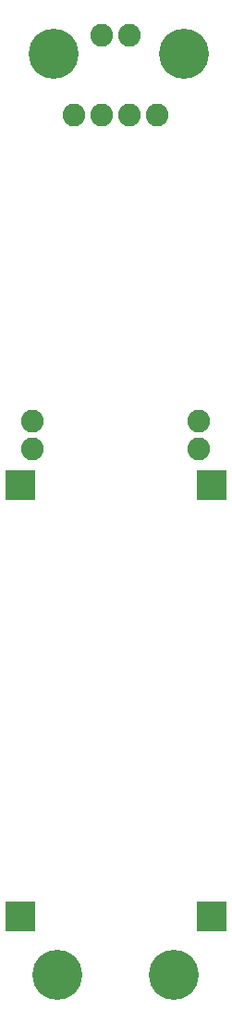
<source format=gbs>
G04 Layer: BottomSolderMaskLayer*
G04 EasyEDA v6.4.7, 2021-01-19T01:18:58--8:00*
G04 5c983e547ce9454fba3114fb1a11af02,NaN*
G04 Gerber Generator version 0.2*
G04 Scale: 100 percent, Rotated: No, Reflected: No *
G04 Dimensions in inches *
G04 leading zeros omitted , absolute positions ,2 integer and 4 decimal *
%FSLAX24Y24*%
%MOIN*%
G90*
D02*

%ADD20C,0.082000*%
%ADD21C,0.068000*%
%ADD22C,0.180000*%

%LPD*%
G36*
G01X8918Y18017D02*
G01X8918Y19082D01*
G01X9981Y19082D01*
G01X9981Y18017D01*
G01X8918Y18017D01*
G37*
G36*
G01X2017Y18017D02*
G01X2017Y19082D01*
G01X3082Y19082D01*
G01X3082Y18017D01*
G01X2017Y18017D01*
G37*
G36*
G01X8918Y2517D02*
G01X8918Y3582D01*
G01X9981Y3582D01*
G01X9981Y2517D01*
G01X8918Y2517D01*
G37*
G36*
G01X2017Y2517D02*
G01X2017Y3582D01*
G01X3082Y3582D01*
G01X3082Y2517D01*
G01X2017Y2517D01*
G37*
G54D20*
G01X3000Y19850D03*
G01X3000Y20850D03*
G01X7500Y31850D03*
G01X6500Y31850D03*
G01X5500Y31850D03*
G01X4500Y31850D03*
G01X9000Y20850D03*
G01X9000Y19850D03*
G54D21*
G01X8100Y950D03*
G01X3900Y950D03*
G54D20*
G01X6500Y34700D03*
G01X5500Y34700D03*
G54D21*
G01X8450Y34050D03*
G01X3750Y34050D03*
G54D22*
G01X8450Y34050D03*
G01X3750Y34050D03*
G01X8100Y950D03*
G01X3900Y950D03*
M00*
M02*

</source>
